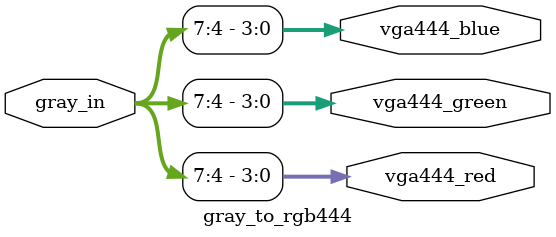
<source format=v>
`timescale 1ns / 1ps

// Convert 8-bit greyscal to RGB444 to output to VGA
module gray_to_rgb444(
    input [7:0] gray_in,
    output [3:0] vga444_red,
    output [3:0] vga444_green,
    output [3:0] vga444_blue
    );
    
    // Get rid of lower 4 MSB to convert 8-bit to 4-bit
    assign vga444_red = gray_in >> 4;
    assign vga444_green = gray_in >> 4;
    assign vga444_blue = gray_in >> 4;
    
endmodule

</source>
